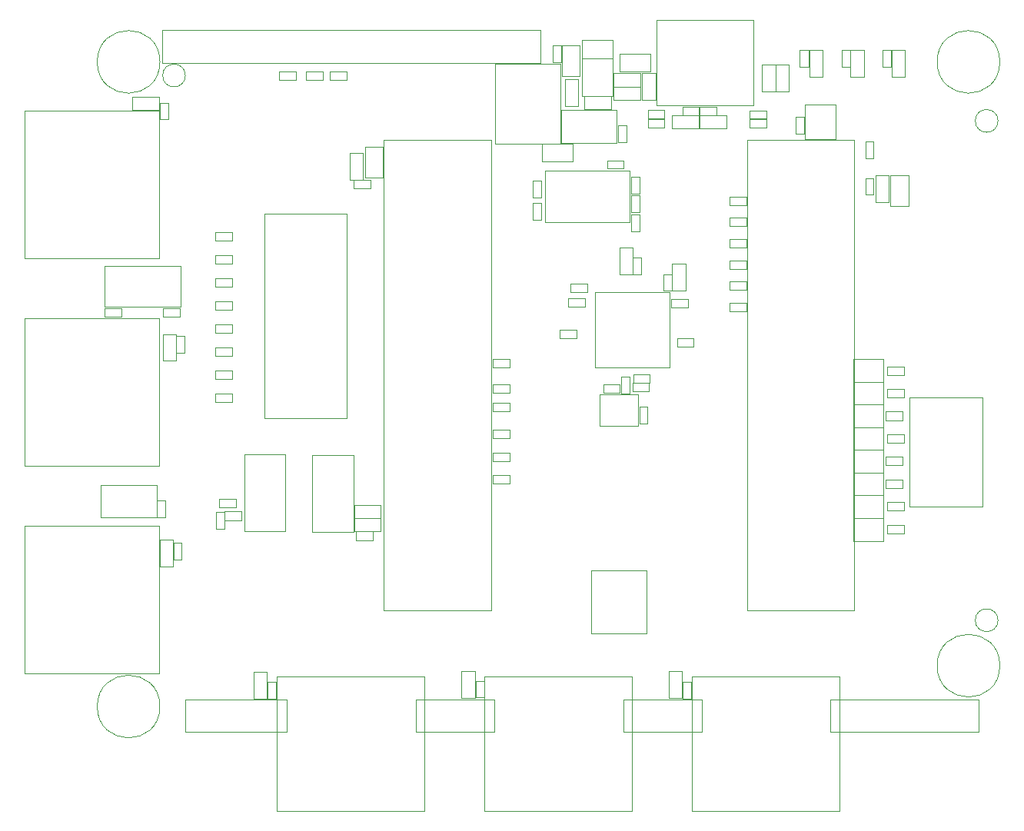
<source format=gbr>
%TF.GenerationSoftware,KiCad,Pcbnew,8.0.7-8.0.7-0~ubuntu22.04.1*%
%TF.CreationDate,2024-12-10T15:43:45-05:00*%
%TF.ProjectId,tinytapeout-demo,74696e79-7461-4706-956f-75742d64656d,2.1.0*%
%TF.SameCoordinates,PX38be5e0PY7d687e0*%
%TF.FileFunction,Other,User*%
%FSLAX46Y46*%
G04 Gerber Fmt 4.6, Leading zero omitted, Abs format (unit mm)*
G04 Created by KiCad (PCBNEW 8.0.7-8.0.7-0~ubuntu22.04.1) date 2024-12-10 15:43:45*
%MOMM*%
%LPD*%
G01*
G04 APERTURE LIST*
%ADD10C,0.050000*%
%ADD11C,0.120000*%
G04 APERTURE END LIST*
D10*
%TO.C,JP7*%
X142850000Y-92250000D02*
X142850000Y-94750000D01*
X142850000Y-92250000D02*
X146150000Y-92250000D01*
X146150000Y-94750000D02*
X142850000Y-94750000D01*
X146150000Y-94750000D02*
X146150000Y-92250000D01*
%TO.C,R53*%
X129170000Y-76510000D02*
X131030000Y-76510000D01*
X129170000Y-77450000D02*
X129170000Y-76510000D01*
X131030000Y-76510000D02*
X131030000Y-77450000D01*
X131030000Y-77450000D02*
X129170000Y-77450000D01*
%TO.C,R15*%
X146030000Y-55670000D02*
X146970000Y-55670000D01*
X146030000Y-57530000D02*
X146030000Y-55670000D01*
X146970000Y-55670000D02*
X146970000Y-57530000D01*
X146970000Y-57530000D02*
X146030000Y-57530000D01*
%TO.C,C32*%
X117070000Y-77420000D02*
X118530000Y-77420000D01*
X117070000Y-80380000D02*
X117070000Y-77420000D01*
X118530000Y-77420000D02*
X118530000Y-80380000D01*
X118530000Y-80380000D02*
X117070000Y-80380000D01*
%TO.C,C23*%
X144140000Y-65790000D02*
X145060000Y-65790000D01*
X144140000Y-67610000D02*
X144140000Y-65790000D01*
X145060000Y-65790000D02*
X145060000Y-67610000D01*
X145060000Y-67610000D02*
X144140000Y-67610000D01*
%TO.C,C36*%
X118490000Y-92390000D02*
X120310000Y-92390000D01*
X118490000Y-93310000D02*
X118490000Y-92390000D01*
X120310000Y-92390000D02*
X120310000Y-93310000D01*
X120310000Y-93310000D02*
X118490000Y-93310000D01*
%TO.C,R55*%
X129170000Y-71830000D02*
X131030000Y-71830000D01*
X129170000Y-72770000D02*
X129170000Y-71830000D01*
X131030000Y-71830000D02*
X131030000Y-72770000D01*
X131030000Y-72770000D02*
X129170000Y-72770000D01*
%TO.C,JP1*%
X142850000Y-107250000D02*
X142850000Y-109750000D01*
X142850000Y-107250000D02*
X146150000Y-107250000D01*
X146150000Y-109750000D02*
X142850000Y-109750000D01*
X146150000Y-109750000D02*
X146150000Y-107250000D01*
%TO.C,R20*%
X120170000Y-63280000D02*
X122030000Y-63280000D01*
X120170000Y-64220000D02*
X120170000Y-63280000D01*
X122030000Y-63280000D02*
X122030000Y-64220000D01*
X122030000Y-64220000D02*
X120170000Y-64220000D01*
%TO.C,MT3*%
X66450000Y-57000000D02*
G75*
G02*
X59550000Y-57000000I-3450000J0D01*
G01*
X59550000Y-57000000D02*
G75*
G02*
X66450000Y-57000000I3450000J0D01*
G01*
%TO.C,C16*%
X146920000Y-69450000D02*
X148880000Y-69450000D01*
X146920000Y-72850000D02*
X146920000Y-69450000D01*
X148880000Y-69450000D02*
X148880000Y-72850000D01*
X148880000Y-72850000D02*
X146920000Y-72850000D01*
%TO.C,FID3*%
X158750000Y-63500000D02*
G75*
G02*
X156250000Y-63500000I-1250000J0D01*
G01*
X156250000Y-63500000D02*
G75*
G02*
X158750000Y-63500000I1250000J0D01*
G01*
%TO.C,R38*%
X118330000Y-69670000D02*
X119270000Y-69670000D01*
X118330000Y-71530000D02*
X118330000Y-69670000D01*
X119270000Y-69670000D02*
X119270000Y-71530000D01*
X119270000Y-71530000D02*
X118330000Y-71530000D01*
%TO.C,C48*%
X119570000Y-58220000D02*
X121030000Y-58220000D01*
X119570000Y-61180000D02*
X119570000Y-58220000D01*
X121030000Y-58220000D02*
X121030000Y-61180000D01*
X121030000Y-61180000D02*
X119570000Y-61180000D01*
%TO.C,J13*%
X51550000Y-85240000D02*
X51550000Y-101490000D01*
X51550000Y-101490000D02*
X66400000Y-101490000D01*
X66400000Y-85240000D02*
X51550000Y-85240000D01*
X66400000Y-101490000D02*
X66400000Y-85240000D01*
%TO.C,C6*%
X108500000Y-66020000D02*
X111900000Y-66020000D01*
X108500000Y-67980000D02*
X108500000Y-66020000D01*
X111900000Y-66020000D02*
X111900000Y-67980000D01*
X111900000Y-67980000D02*
X108500000Y-67980000D01*
%TO.C,R5*%
X72560000Y-83358571D02*
X74420000Y-83358571D01*
X72560000Y-84298571D02*
X72560000Y-83358571D01*
X74420000Y-83358571D02*
X74420000Y-84298571D01*
X74420000Y-84298571D02*
X72560000Y-84298571D01*
%TO.C,C56*%
X67940000Y-109990000D02*
X68860000Y-109990000D01*
X67940000Y-111810000D02*
X67940000Y-109990000D01*
X68860000Y-109990000D02*
X68860000Y-111810000D01*
X68860000Y-111810000D02*
X67940000Y-111810000D01*
%TO.C,C7*%
X112900000Y-54620000D02*
X116300000Y-54620000D01*
X112900000Y-56580000D02*
X112900000Y-54620000D01*
X116300000Y-54620000D02*
X116300000Y-56580000D01*
X116300000Y-56580000D02*
X112900000Y-56580000D01*
%TO.C,R7*%
X87830000Y-107270000D02*
X90790000Y-107270000D01*
X87830000Y-108730000D02*
X87830000Y-107270000D01*
X90790000Y-107270000D02*
X90790000Y-108730000D01*
X90790000Y-108730000D02*
X87830000Y-108730000D01*
%TO.C,R1*%
X72560000Y-93530000D02*
X74420000Y-93530000D01*
X72560000Y-94470000D02*
X72560000Y-93530000D01*
X74420000Y-93530000D02*
X74420000Y-94470000D01*
X74420000Y-94470000D02*
X72560000Y-94470000D01*
%TO.C,C29*%
X115290000Y-92540000D02*
X117110000Y-92540000D01*
X115290000Y-93460000D02*
X115290000Y-92540000D01*
X117110000Y-92540000D02*
X117110000Y-93460000D01*
X117110000Y-93460000D02*
X115290000Y-93460000D01*
%TO.C,J2*%
X69220000Y-127200000D02*
X69220000Y-130800000D01*
X69220000Y-130800000D02*
X80420000Y-130800000D01*
X80420000Y-127200000D02*
X69220000Y-127200000D01*
X80420000Y-130800000D02*
X80420000Y-127200000D01*
%TO.C,C24*%
X87790000Y-70040000D02*
X89610000Y-70040000D01*
X87790000Y-70960000D02*
X87790000Y-70040000D01*
X89610000Y-70040000D02*
X89610000Y-70960000D01*
X89610000Y-70960000D02*
X87790000Y-70960000D01*
%TO.C,C8*%
X124040000Y-125290000D02*
X124960000Y-125290000D01*
X124040000Y-127110000D02*
X124040000Y-125290000D01*
X124960000Y-125290000D02*
X124960000Y-127110000D01*
X124960000Y-127110000D02*
X124040000Y-127110000D01*
%TO.C,Y1*%
X114900000Y-93650000D02*
X114900000Y-97050000D01*
X114900000Y-97050000D02*
X119100000Y-97050000D01*
X119100000Y-93650000D02*
X114900000Y-93650000D01*
X119100000Y-97050000D02*
X119100000Y-93650000D01*
%TO.C,R18*%
X136930000Y-55670000D02*
X137870000Y-55670000D01*
X136930000Y-57530000D02*
X136930000Y-55670000D01*
X137870000Y-55670000D02*
X137870000Y-57530000D01*
X137870000Y-57530000D02*
X136930000Y-57530000D01*
%TO.C,C58*%
X66440000Y-61490000D02*
X67360000Y-61490000D01*
X66440000Y-63310000D02*
X66440000Y-61490000D01*
X67360000Y-61490000D02*
X67360000Y-63310000D01*
X67360000Y-63310000D02*
X66440000Y-63310000D01*
%TO.C,R50*%
X136430000Y-63070000D02*
X137370000Y-63070000D01*
X136430000Y-64930000D02*
X136430000Y-63070000D01*
X137370000Y-63070000D02*
X137370000Y-64930000D01*
X137370000Y-64930000D02*
X136430000Y-64930000D01*
%TO.C,R11*%
X72570000Y-75730000D02*
X74430000Y-75730000D01*
X72570000Y-76670000D02*
X72570000Y-75730000D01*
X74430000Y-75730000D02*
X74430000Y-76670000D01*
X74430000Y-76670000D02*
X72570000Y-76670000D01*
%TO.C,R43*%
X103070000Y-100030000D02*
X104930000Y-100030000D01*
X103070000Y-100970000D02*
X103070000Y-100030000D01*
X104930000Y-100030000D02*
X104930000Y-100970000D01*
X104930000Y-100970000D02*
X103070000Y-100970000D01*
%TO.C,C46*%
X131390000Y-62340000D02*
X133210000Y-62340000D01*
X131390000Y-63260000D02*
X131390000Y-62340000D01*
X133210000Y-62340000D02*
X133210000Y-63260000D01*
X133210000Y-63260000D02*
X131390000Y-63260000D01*
%TO.C,C4*%
X78340000Y-125290000D02*
X79260000Y-125290000D01*
X78340000Y-127110000D02*
X78340000Y-125290000D01*
X79260000Y-125290000D02*
X79260000Y-127110000D01*
X79260000Y-127110000D02*
X78340000Y-127110000D01*
%TO.C,R24*%
X146410000Y-103001428D02*
X148270000Y-103001428D01*
X146410000Y-103941428D02*
X146410000Y-103001428D01*
X148270000Y-103001428D02*
X148270000Y-103941428D01*
X148270000Y-103941428D02*
X146410000Y-103941428D01*
%TO.C,R22*%
X146560000Y-107990000D02*
X148420000Y-107990000D01*
X146560000Y-108930000D02*
X146560000Y-107990000D01*
X148420000Y-107990000D02*
X148420000Y-108930000D01*
X148420000Y-108930000D02*
X146560000Y-108930000D01*
%TO.C,C47*%
X120190000Y-62290000D02*
X122010000Y-62290000D01*
X120190000Y-63210000D02*
X120190000Y-62290000D01*
X122010000Y-62290000D02*
X122010000Y-63210000D01*
X122010000Y-63210000D02*
X120190000Y-63210000D01*
%TO.C,JP3*%
X142850000Y-102250000D02*
X142850000Y-104750000D01*
X142850000Y-102250000D02*
X146150000Y-102250000D01*
X146150000Y-104750000D02*
X142850000Y-104750000D01*
X146150000Y-104750000D02*
X146150000Y-102250000D01*
%TO.C,R3*%
X72560000Y-88444285D02*
X74420000Y-88444285D01*
X72560000Y-89384285D02*
X72560000Y-88444285D01*
X74420000Y-88444285D02*
X74420000Y-89384285D01*
X74420000Y-89384285D02*
X72560000Y-89384285D01*
%TO.C,JP8*%
X142850000Y-89750000D02*
X142850000Y-92250000D01*
X142850000Y-89750000D02*
X146150000Y-89750000D01*
X146150000Y-92250000D02*
X142850000Y-92250000D01*
X146150000Y-92250000D02*
X146150000Y-89750000D01*
%TO.C,J8*%
X117505000Y-127200000D02*
X117505000Y-130800000D01*
X117505000Y-130800000D02*
X126155000Y-130800000D01*
X126155000Y-127200000D02*
X117505000Y-127200000D01*
X126155000Y-130800000D02*
X126155000Y-127200000D01*
%TO.C,C2*%
X72990000Y-105140000D02*
X74810000Y-105140000D01*
X72990000Y-106060000D02*
X72990000Y-105140000D01*
X74810000Y-105140000D02*
X74810000Y-106060000D01*
X74810000Y-106060000D02*
X72990000Y-106060000D01*
%TO.C,J12*%
X51550000Y-108100000D02*
X51550000Y-124350000D01*
X51550000Y-124350000D02*
X66400000Y-124350000D01*
X66400000Y-108100000D02*
X51550000Y-108100000D01*
X66400000Y-124350000D02*
X66400000Y-108100000D01*
%TO.C,R41*%
X111403884Y-83041018D02*
X113263884Y-83041018D01*
X111403884Y-83981018D02*
X111403884Y-83041018D01*
X113263884Y-83041018D02*
X113263884Y-83981018D01*
X113263884Y-83981018D02*
X111403884Y-83981018D01*
D11*
%TO.C,SW2*%
X75750000Y-100250000D02*
X75750000Y-108650000D01*
X75750000Y-108650000D02*
X80250000Y-108650000D01*
X80250000Y-100250000D02*
X75750000Y-100250000D01*
X80250000Y-108650000D02*
X80250000Y-100250000D01*
D10*
%TO.C,R8*%
X73580000Y-106530000D02*
X75440000Y-106530000D01*
X73580000Y-107470000D02*
X73580000Y-106530000D01*
X75440000Y-106530000D02*
X75440000Y-107470000D01*
X75440000Y-107470000D02*
X73580000Y-107470000D01*
%TO.C,R54*%
X129170000Y-74170000D02*
X131030000Y-74170000D01*
X129170000Y-75110000D02*
X129170000Y-74170000D01*
X131030000Y-74170000D02*
X131030000Y-75110000D01*
X131030000Y-75110000D02*
X129170000Y-75110000D01*
%TO.C,C49*%
X116420000Y-59770000D02*
X119380000Y-59770000D01*
X116420000Y-61230000D02*
X116420000Y-59770000D01*
X119380000Y-59770000D02*
X119380000Y-61230000D01*
X119380000Y-61230000D02*
X116420000Y-61230000D01*
%TO.C,C35*%
X123390000Y-87440000D02*
X125210000Y-87440000D01*
X123390000Y-88360000D02*
X123390000Y-87440000D01*
X125210000Y-87440000D02*
X125210000Y-88360000D01*
X125210000Y-88360000D02*
X123390000Y-88360000D01*
%TO.C,J20*%
X121180000Y-61770000D02*
X121180000Y-52350000D01*
X131820000Y-52350000D02*
X121180000Y-52350000D01*
X131820000Y-61770000D02*
X121180000Y-61770000D01*
X131820000Y-61770000D02*
X131820000Y-52350000D01*
%TO.C,J3*%
X79355000Y-124655000D02*
X79355000Y-139505000D01*
X79355000Y-139505000D02*
X95605000Y-139505000D01*
X95605000Y-124655000D02*
X79355000Y-124655000D01*
X95605000Y-139505000D02*
X95605000Y-124655000D01*
%TO.C,J7*%
X113950000Y-113050000D02*
X113950000Y-119950000D01*
X113950000Y-119950000D02*
X120050000Y-119950000D01*
X120050000Y-113050000D02*
X113950000Y-113050000D01*
X120050000Y-119950000D02*
X120050000Y-113050000D01*
%TO.C,R12*%
X88080000Y-108730000D02*
X89940000Y-108730000D01*
X88080000Y-109670000D02*
X88080000Y-108730000D01*
X89940000Y-108730000D02*
X89940000Y-109670000D01*
X89940000Y-109670000D02*
X88080000Y-109670000D01*
%TO.C,C25*%
X87370000Y-67020000D02*
X88830000Y-67020000D01*
X87370000Y-69980000D02*
X87370000Y-67020000D01*
X88830000Y-67020000D02*
X88830000Y-69980000D01*
X88830000Y-69980000D02*
X87370000Y-69980000D01*
%TO.C,MT4*%
X158950000Y-57000000D02*
G75*
G02*
X152050000Y-57000000I-3450000J0D01*
G01*
X152050000Y-57000000D02*
G75*
G02*
X158950000Y-57000000I3450000J0D01*
G01*
%TO.C,MT2*%
X158950000Y-123500000D02*
G75*
G02*
X152050000Y-123500000I-3450000J0D01*
G01*
X152050000Y-123500000D02*
G75*
G02*
X158950000Y-123500000I3450000J0D01*
G01*
%TO.C,C5*%
X76770000Y-124220000D02*
X78230000Y-124220000D01*
X76770000Y-127180000D02*
X76770000Y-124220000D01*
X78230000Y-124220000D02*
X78230000Y-127180000D01*
X78230000Y-127180000D02*
X76770000Y-127180000D01*
%TO.C,R13*%
X72630000Y-106570000D02*
X73570000Y-106570000D01*
X72630000Y-108430000D02*
X72630000Y-106570000D01*
X73570000Y-106570000D02*
X73570000Y-108430000D01*
X73570000Y-108430000D02*
X72630000Y-108430000D01*
%TO.C,R21*%
X131370000Y-63330000D02*
X133230000Y-63330000D01*
X131370000Y-64270000D02*
X131370000Y-63330000D01*
X133230000Y-63330000D02*
X133230000Y-64270000D01*
X133230000Y-64270000D02*
X131370000Y-64270000D01*
%TO.C,R42*%
X103080000Y-102530000D02*
X104940000Y-102530000D01*
X103080000Y-103470000D02*
X103080000Y-102530000D01*
X104940000Y-102530000D02*
X104940000Y-103470000D01*
X104940000Y-103470000D02*
X103080000Y-103470000D01*
%TO.C,J5*%
X102215000Y-124655000D02*
X102215000Y-139505000D01*
X102215000Y-139505000D02*
X118465000Y-139505000D01*
X118465000Y-124655000D02*
X102215000Y-124655000D01*
X118465000Y-139505000D02*
X118465000Y-124655000D01*
%TO.C,C21*%
X89020000Y-66350000D02*
X90980000Y-66350000D01*
X89020000Y-69750000D02*
X89020000Y-66350000D01*
X90980000Y-66350000D02*
X90980000Y-69750000D01*
X90980000Y-69750000D02*
X89020000Y-69750000D01*
%TO.C,R49*%
X111070000Y-58920000D02*
X112530000Y-58920000D01*
X111070000Y-61880000D02*
X111070000Y-58920000D01*
X112530000Y-58920000D02*
X112530000Y-61880000D01*
X112530000Y-61880000D02*
X111070000Y-61880000D01*
%TO.C,R2*%
X72560000Y-90987142D02*
X74420000Y-90987142D01*
X72560000Y-91927142D02*
X72560000Y-90987142D01*
X74420000Y-90987142D02*
X74420000Y-91927142D01*
X74420000Y-91927142D02*
X72560000Y-91927142D01*
%TO.C,D5*%
X125920000Y-62870000D02*
X128880000Y-62870000D01*
X125920000Y-64330000D02*
X125920000Y-62870000D01*
X128880000Y-62870000D02*
X128880000Y-64330000D01*
X128880000Y-64330000D02*
X125920000Y-64330000D01*
%TO.C,JP2*%
X142850000Y-104750000D02*
X142850000Y-107250000D01*
X142850000Y-104750000D02*
X146150000Y-104750000D01*
X146150000Y-107250000D02*
X142850000Y-107250000D01*
X146150000Y-107250000D02*
X146150000Y-104750000D01*
%TO.C,C30*%
X119240000Y-94990000D02*
X120160000Y-94990000D01*
X119240000Y-96810000D02*
X119240000Y-94990000D01*
X120160000Y-94990000D02*
X120160000Y-96810000D01*
X120160000Y-96810000D02*
X119240000Y-96810000D01*
%TO.C,R28*%
X146560000Y-93024284D02*
X148420000Y-93024284D01*
X146560000Y-93964284D02*
X146560000Y-93024284D01*
X148420000Y-93024284D02*
X148420000Y-93964284D01*
X148420000Y-93964284D02*
X146560000Y-93964284D01*
%TO.C,C39*%
X111690000Y-81440000D02*
X113510000Y-81440000D01*
X111690000Y-82360000D02*
X111690000Y-81440000D01*
X113510000Y-81440000D02*
X113510000Y-82360000D01*
X113510000Y-82360000D02*
X111690000Y-82360000D01*
%TO.C,U1*%
D11*
X149000000Y-106000000D02*
X157000000Y-106000000D01*
X157000000Y-94000000D01*
X149000000Y-94000000D01*
X149000000Y-106000000D01*
D10*
%TO.C,R23*%
X146560000Y-105495714D02*
X148420000Y-105495714D01*
X146560000Y-106435714D02*
X146560000Y-105495714D01*
X148420000Y-105495714D02*
X148420000Y-106435714D01*
X148420000Y-106435714D02*
X146560000Y-106435714D01*
%TO.C,C38*%
X110490000Y-86540000D02*
X112310000Y-86540000D01*
X110490000Y-87460000D02*
X110490000Y-86540000D01*
X112310000Y-86540000D02*
X112310000Y-87460000D01*
X112310000Y-87460000D02*
X110490000Y-87460000D01*
%TO.C,R45*%
X103070000Y-94530000D02*
X104930000Y-94530000D01*
X103070000Y-95470000D02*
X103070000Y-94530000D01*
X104930000Y-94530000D02*
X104930000Y-95470000D01*
X104930000Y-95470000D02*
X103070000Y-95470000D01*
%TO.C,U5*%
X108850000Y-68940000D02*
X108850000Y-74660000D01*
X108850000Y-74660000D02*
X118150000Y-74660000D01*
X118150000Y-68940000D02*
X108850000Y-68940000D01*
X118150000Y-74660000D02*
X118150000Y-68940000D01*
%TO.C,R51*%
X129170000Y-81190000D02*
X131030000Y-81190000D01*
X129170000Y-82130000D02*
X129170000Y-81190000D01*
X131030000Y-81190000D02*
X131030000Y-82130000D01*
X131030000Y-82130000D02*
X129170000Y-82130000D01*
%TO.C,C37*%
X122870000Y-79220000D02*
X124330000Y-79220000D01*
X122870000Y-82180000D02*
X122870000Y-79220000D01*
X124330000Y-79220000D02*
X124330000Y-82180000D01*
X124330000Y-82180000D02*
X122870000Y-82180000D01*
%TO.C,R35*%
X107530000Y-72570000D02*
X108470000Y-72570000D01*
X107530000Y-74430000D02*
X107530000Y-72570000D01*
X108470000Y-72570000D02*
X108470000Y-74430000D01*
X108470000Y-74430000D02*
X107530000Y-74430000D01*
%TO.C,J10*%
X59925000Y-103595000D02*
X59925000Y-107195000D01*
X59925000Y-107195000D02*
X66075000Y-107195000D01*
X66075000Y-103595000D02*
X59925000Y-103595000D01*
X66075000Y-107195000D02*
X66075000Y-103595000D01*
%TO.C,U6*%
X114380000Y-82380000D02*
X114380000Y-90620000D01*
X114380000Y-90620000D02*
X122620000Y-90620000D01*
X122620000Y-82380000D02*
X114380000Y-82380000D01*
X122620000Y-90620000D02*
X122620000Y-82380000D01*
%TO.C,C33*%
X121940000Y-80390000D02*
X122860000Y-80390000D01*
X121940000Y-82210000D02*
X121940000Y-80390000D01*
X122860000Y-80390000D02*
X122860000Y-82210000D01*
X122860000Y-82210000D02*
X121940000Y-82210000D01*
%TO.C,Q1*%
X137500000Y-61680000D02*
X137500000Y-65520000D01*
X137500000Y-65520000D02*
X140900000Y-65520000D01*
X140900000Y-61680000D02*
X137500000Y-61680000D01*
X140900000Y-65520000D02*
X140900000Y-61680000D01*
%TO.C,R27*%
X146410000Y-95518570D02*
X148270000Y-95518570D01*
X146410000Y-96458570D02*
X146410000Y-95518570D01*
X148270000Y-95518570D02*
X148270000Y-96458570D01*
X148270000Y-96458570D02*
X146410000Y-96458570D01*
%TO.C,J17*%
X94660000Y-127200000D02*
X94660000Y-130800000D01*
X94660000Y-130800000D02*
X103310000Y-130800000D01*
X103310000Y-127200000D02*
X94660000Y-127200000D01*
X103310000Y-130800000D02*
X103310000Y-127200000D01*
%TO.C,C9*%
X122470000Y-124120000D02*
X123930000Y-124120000D01*
X122470000Y-127080000D02*
X122470000Y-124120000D01*
X123930000Y-124120000D02*
X123930000Y-127080000D01*
X123930000Y-127080000D02*
X122470000Y-127080000D01*
%TO.C,F1*%
X117120000Y-56150000D02*
X120480000Y-56150000D01*
X117120000Y-58050000D02*
X117120000Y-56150000D01*
X120480000Y-56150000D02*
X120480000Y-58050000D01*
X120480000Y-58050000D02*
X117120000Y-58050000D01*
%TO.C,J9*%
X66700000Y-53500000D02*
X66700000Y-57100000D01*
X66700000Y-57100000D02*
X108400000Y-57100000D01*
X108400000Y-53500000D02*
X66700000Y-53500000D01*
X108400000Y-57100000D02*
X108400000Y-53500000D01*
%TO.C,C12*%
X109740000Y-55190000D02*
X110660000Y-55190000D01*
X109740000Y-57010000D02*
X109740000Y-55190000D01*
X110660000Y-55190000D02*
X110660000Y-57010000D01*
X110660000Y-57010000D02*
X109740000Y-57010000D01*
%TO.C,R40*%
X107530000Y-70070000D02*
X108470000Y-70070000D01*
X107530000Y-71930000D02*
X107530000Y-70070000D01*
X108470000Y-70070000D02*
X108470000Y-71930000D01*
X108470000Y-71930000D02*
X107530000Y-71930000D01*
%TO.C,C45*%
X123990000Y-61940000D02*
X125810000Y-61940000D01*
X123990000Y-62860000D02*
X123990000Y-61940000D01*
X125810000Y-61940000D02*
X125810000Y-62860000D01*
X125810000Y-62860000D02*
X123990000Y-62860000D01*
%TO.C,R37*%
X117230000Y-91670000D02*
X118170000Y-91670000D01*
X117230000Y-93530000D02*
X117230000Y-91670000D01*
X118170000Y-91670000D02*
X118170000Y-93530000D01*
X118170000Y-93530000D02*
X117230000Y-93530000D01*
%TO.C,C26*%
X144140000Y-69790000D02*
X145060000Y-69790000D01*
X144140000Y-71610000D02*
X144140000Y-69790000D01*
X145060000Y-69790000D02*
X145060000Y-71610000D01*
X145060000Y-71610000D02*
X144140000Y-71610000D01*
%TO.C,C15*%
X99670000Y-124120000D02*
X101130000Y-124120000D01*
X99670000Y-127080000D02*
X99670000Y-124120000D01*
X101130000Y-124120000D02*
X101130000Y-127080000D01*
X101130000Y-127080000D02*
X99670000Y-127080000D01*
D11*
%TO.C,SW3*%
X60375000Y-79450000D02*
X60375000Y-83950000D01*
X60375000Y-83950000D02*
X68775000Y-83950000D01*
X68775000Y-79450000D02*
X60375000Y-79450000D01*
X68775000Y-83950000D02*
X68775000Y-79450000D01*
D10*
%TO.C,R16*%
X134270000Y-57260000D02*
X135730000Y-57260000D01*
X134270000Y-60220000D02*
X134270000Y-57260000D01*
X135730000Y-57260000D02*
X135730000Y-60220000D01*
X135730000Y-60220000D02*
X134270000Y-60220000D01*
%TO.C,C17*%
X145270000Y-69520000D02*
X146730000Y-69520000D01*
X145270000Y-72480000D02*
X145270000Y-69520000D01*
X146730000Y-69520000D02*
X146730000Y-72480000D01*
X146730000Y-72480000D02*
X145270000Y-72480000D01*
D11*
%TO.C,SW1*%
X83250000Y-100350000D02*
X83250000Y-108750000D01*
X83250000Y-108750000D02*
X87750000Y-108750000D01*
X87750000Y-100350000D02*
X83250000Y-100350000D01*
X87750000Y-108750000D02*
X87750000Y-100350000D01*
D10*
%TO.C,C3*%
X132770000Y-57260000D02*
X134230000Y-57260000D01*
X132770000Y-60220000D02*
X132770000Y-57260000D01*
X134230000Y-57260000D02*
X134230000Y-60220000D01*
X134230000Y-60220000D02*
X132770000Y-60220000D01*
%TO.C,FID2*%
X69250000Y-58500000D02*
G75*
G02*
X66750000Y-58500000I-1250000J0D01*
G01*
X66750000Y-58500000D02*
G75*
G02*
X69250000Y-58500000I1250000J0D01*
G01*
%TO.C,R17*%
X141530000Y-55670000D02*
X142470000Y-55670000D01*
X141530000Y-57530000D02*
X141530000Y-55670000D01*
X142470000Y-55670000D02*
X142470000Y-57530000D01*
X142470000Y-57530000D02*
X141530000Y-57530000D01*
%TO.C,C34*%
X122790000Y-83140000D02*
X124610000Y-83140000D01*
X122790000Y-84060000D02*
X122790000Y-83140000D01*
X124610000Y-83140000D02*
X124610000Y-84060000D01*
X124610000Y-84060000D02*
X122790000Y-84060000D01*
%TO.C,JP5*%
X142850000Y-97250000D02*
X142850000Y-99750000D01*
X142850000Y-97250000D02*
X146150000Y-97250000D01*
X146150000Y-99750000D02*
X142850000Y-99750000D01*
X146150000Y-99750000D02*
X146150000Y-97250000D01*
%TO.C,R31*%
X79570000Y-58030000D02*
X81430000Y-58030000D01*
X79570000Y-58970000D02*
X79570000Y-58030000D01*
X81430000Y-58030000D02*
X81430000Y-58970000D01*
X81430000Y-58970000D02*
X79570000Y-58970000D01*
%TO.C,U3*%
X112900000Y-56650000D02*
X112900000Y-60750000D01*
X112900000Y-60750000D02*
X116300000Y-60750000D01*
X116300000Y-56650000D02*
X112900000Y-56650000D01*
X116300000Y-60750000D02*
X116300000Y-56650000D01*
%TO.C,C60*%
X68240000Y-87195000D02*
X69160000Y-87195000D01*
X68240000Y-89015000D02*
X68240000Y-87195000D01*
X69160000Y-87195000D02*
X69160000Y-89015000D01*
X69160000Y-89015000D02*
X68240000Y-89015000D01*
%TO.C,U2*%
X103400000Y-57200000D02*
X103400000Y-66000000D01*
X103400000Y-66000000D02*
X110600000Y-66000000D01*
X110600000Y-57200000D02*
X103400000Y-57200000D01*
X110600000Y-66000000D02*
X110600000Y-57200000D01*
%TO.C,R25*%
X146410000Y-100507142D02*
X148270000Y-100507142D01*
X146410000Y-101447142D02*
X146410000Y-100507142D01*
X148270000Y-100507142D02*
X148270000Y-101447142D01*
X148270000Y-101447142D02*
X146410000Y-101447142D01*
%TO.C,J14*%
X51550000Y-62380000D02*
X51550000Y-78630000D01*
X51550000Y-78630000D02*
X66400000Y-78630000D01*
X66400000Y-62380000D02*
X51550000Y-62380000D01*
X66400000Y-78630000D02*
X66400000Y-62380000D01*
%TO.C,FID1*%
X158750000Y-118500000D02*
G75*
G02*
X156250000Y-118500000I-1250000J0D01*
G01*
X156250000Y-118500000D02*
G75*
G02*
X158750000Y-118500000I1250000J0D01*
G01*
%TO.C,R29*%
X146560000Y-90530000D02*
X148420000Y-90530000D01*
X146560000Y-91470000D02*
X146560000Y-90530000D01*
X148420000Y-90530000D02*
X148420000Y-91470000D01*
X148420000Y-91470000D02*
X146560000Y-91470000D01*
%TO.C,C61*%
X66770000Y-86975000D02*
X68230000Y-86975000D01*
X66770000Y-89935000D02*
X66770000Y-86975000D01*
X68230000Y-86975000D02*
X68230000Y-89935000D01*
X68230000Y-89935000D02*
X66770000Y-89935000D01*
%TO.C,R47*%
X103070000Y-89720000D02*
X104930000Y-89720000D01*
X103070000Y-90660000D02*
X103070000Y-89720000D01*
X104930000Y-89720000D02*
X104930000Y-90660000D01*
X104930000Y-90660000D02*
X103070000Y-90660000D01*
%TO.C,R6*%
X72560000Y-80815714D02*
X74420000Y-80815714D01*
X72560000Y-81755714D02*
X72560000Y-80815714D01*
X74420000Y-80815714D02*
X74420000Y-81755714D01*
X74420000Y-81755714D02*
X72560000Y-81755714D01*
%TO.C,JP6*%
X142850000Y-94750000D02*
X142850000Y-97250000D01*
X142850000Y-94750000D02*
X146150000Y-94750000D01*
X146150000Y-97250000D02*
X142850000Y-97250000D01*
X146150000Y-97250000D02*
X146150000Y-94750000D01*
%TO.C,C11*%
X113170000Y-60770000D02*
X116130000Y-60770000D01*
X113170000Y-62230000D02*
X113170000Y-60770000D01*
X116130000Y-60770000D02*
X116130000Y-62230000D01*
X116130000Y-62230000D02*
X113170000Y-62230000D01*
%TO.C,J4*%
X91100000Y-65600000D02*
X91100000Y-117400000D01*
X91100000Y-117400000D02*
X102900000Y-117400000D01*
X102900000Y-65600000D02*
X91100000Y-65600000D01*
X102900000Y-117400000D02*
X102900000Y-65600000D01*
X131100000Y-65600000D02*
X131100000Y-117400000D01*
X131100000Y-117400000D02*
X142900000Y-117400000D01*
X142900000Y-65600000D02*
X131100000Y-65600000D01*
X142900000Y-117400000D02*
X142900000Y-65600000D01*
%TO.C,J1*%
X140310000Y-127200000D02*
X140310000Y-130800000D01*
X140310000Y-130800000D02*
X156610000Y-130800000D01*
X156610000Y-127200000D02*
X140310000Y-127200000D01*
X156610000Y-130800000D02*
X156610000Y-127200000D01*
%TO.C,R10*%
X72560000Y-78272857D02*
X74420000Y-78272857D01*
X72560000Y-79212857D02*
X72560000Y-78272857D01*
X74420000Y-78272857D02*
X74420000Y-79212857D01*
X74420000Y-79212857D02*
X72560000Y-79212857D01*
%TO.C,J19*%
X110625000Y-62300000D02*
X110625000Y-65900000D01*
X110625000Y-65900000D02*
X116775000Y-65900000D01*
X116775000Y-62300000D02*
X110625000Y-62300000D01*
X116775000Y-65900000D02*
X116775000Y-62300000D01*
%TO.C,D2*%
X142520000Y-55720000D02*
X143980000Y-55720000D01*
X142520000Y-58680000D02*
X142520000Y-55720000D01*
X143980000Y-55720000D02*
X143980000Y-58680000D01*
X143980000Y-58680000D02*
X142520000Y-58680000D01*
%TO.C,R30*%
X85170000Y-58030000D02*
X87030000Y-58030000D01*
X85170000Y-58970000D02*
X85170000Y-58030000D01*
X87030000Y-58030000D02*
X87030000Y-58970000D01*
X87030000Y-58970000D02*
X85170000Y-58970000D01*
%TO.C,R44*%
X103070000Y-97530000D02*
X104930000Y-97530000D01*
X103070000Y-98470000D02*
X103070000Y-97530000D01*
X104930000Y-97530000D02*
X104930000Y-98470000D01*
X104930000Y-98470000D02*
X103070000Y-98470000D01*
%TO.C,R26*%
X146560000Y-98012856D02*
X148420000Y-98012856D01*
X146560000Y-98952856D02*
X146560000Y-98012856D01*
X148420000Y-98012856D02*
X148420000Y-98952856D01*
X148420000Y-98952856D02*
X146560000Y-98952856D01*
%TO.C,C41*%
X118540000Y-78590000D02*
X119460000Y-78590000D01*
X118540000Y-80410000D02*
X118540000Y-78590000D01*
X119460000Y-78590000D02*
X119460000Y-80410000D01*
X119460000Y-80410000D02*
X118540000Y-80410000D01*
%TO.C,C13*%
X116940000Y-63990000D02*
X117860000Y-63990000D01*
X116940000Y-65810000D02*
X116940000Y-63990000D01*
X117860000Y-63990000D02*
X117860000Y-65810000D01*
X117860000Y-65810000D02*
X116940000Y-65810000D01*
%TO.C,R48*%
X129170000Y-83530000D02*
X131030000Y-83530000D01*
X129170000Y-84470000D02*
X129170000Y-83530000D01*
X131030000Y-83530000D02*
X131030000Y-84470000D01*
X131030000Y-84470000D02*
X129170000Y-84470000D01*
%TO.C,R52*%
X129170000Y-78850000D02*
X131030000Y-78850000D01*
X129170000Y-79790000D02*
X129170000Y-78850000D01*
X131030000Y-78850000D02*
X131030000Y-79790000D01*
X131030000Y-79790000D02*
X129170000Y-79790000D01*
%TO.C,FB1*%
X116420000Y-58270000D02*
X119380000Y-58270000D01*
X116420000Y-59730000D02*
X116420000Y-58270000D01*
X119380000Y-58270000D02*
X119380000Y-59730000D01*
X119380000Y-59730000D02*
X116420000Y-59730000D01*
%TO.C,J6*%
X125075000Y-124655000D02*
X125075000Y-139505000D01*
X125075000Y-139505000D02*
X141325000Y-139505000D01*
X141325000Y-124655000D02*
X125075000Y-124655000D01*
X141325000Y-139505000D02*
X141325000Y-124655000D01*
%TO.C,JP4*%
X142850000Y-99750000D02*
X142850000Y-102250000D01*
X142850000Y-99750000D02*
X146150000Y-99750000D01*
X146150000Y-102250000D02*
X142850000Y-102250000D01*
X146150000Y-102250000D02*
X146150000Y-99750000D01*
%TO.C,C57*%
X66470000Y-109620000D02*
X67930000Y-109620000D01*
X66470000Y-112580000D02*
X66470000Y-109620000D01*
X67930000Y-109620000D02*
X67930000Y-112580000D01*
X67930000Y-112580000D02*
X66470000Y-112580000D01*
%TO.C,C14*%
X101240000Y-125190000D02*
X102160000Y-125190000D01*
X101240000Y-127010000D02*
X101240000Y-125190000D01*
X102160000Y-125190000D02*
X102160000Y-127010000D01*
X102160000Y-127010000D02*
X101240000Y-127010000D01*
%TO.C,D3*%
X137970000Y-55720000D02*
X139430000Y-55720000D01*
X137970000Y-58680000D02*
X137970000Y-55720000D01*
X139430000Y-55720000D02*
X139430000Y-58680000D01*
X139430000Y-58680000D02*
X137970000Y-58680000D01*
%TO.C,R34*%
X118330000Y-71670000D02*
X119270000Y-71670000D01*
X118330000Y-73530000D02*
X118330000Y-71670000D01*
X119270000Y-71670000D02*
X119270000Y-73530000D01*
X119270000Y-73530000D02*
X118330000Y-73530000D01*
%TO.C,R9*%
X66770000Y-84130000D02*
X68630000Y-84130000D01*
X66770000Y-85070000D02*
X66770000Y-84130000D01*
X68630000Y-84130000D02*
X68630000Y-85070000D01*
X68630000Y-85070000D02*
X66770000Y-85070000D01*
%TO.C,R46*%
X103070000Y-92530000D02*
X104930000Y-92530000D01*
X103070000Y-93470000D02*
X103070000Y-92530000D01*
X104930000Y-92530000D02*
X104930000Y-93470000D01*
X104930000Y-93470000D02*
X103070000Y-93470000D01*
%TO.C,D1*%
X147070000Y-55720000D02*
X148530000Y-55720000D01*
X147070000Y-58680000D02*
X147070000Y-55720000D01*
X148530000Y-55720000D02*
X148530000Y-58680000D01*
X148530000Y-58680000D02*
X147070000Y-58680000D01*
%TO.C,R39*%
X118330000Y-73770000D02*
X119270000Y-73770000D01*
X118330000Y-75630000D02*
X118330000Y-73770000D01*
X119270000Y-73770000D02*
X119270000Y-75630000D01*
X119270000Y-75630000D02*
X118330000Y-75630000D01*
%TO.C,C10*%
X110720000Y-55200000D02*
X112680000Y-55200000D01*
X110720000Y-58600000D02*
X110720000Y-55200000D01*
X112680000Y-55200000D02*
X112680000Y-58600000D01*
X112680000Y-58600000D02*
X110720000Y-58600000D01*
%TO.C,D6*%
X122820000Y-62870000D02*
X125780000Y-62870000D01*
X122820000Y-64330000D02*
X122820000Y-62870000D01*
X125780000Y-62870000D02*
X125780000Y-64330000D01*
X125780000Y-64330000D02*
X122820000Y-64330000D01*
%TO.C,R32*%
X82570000Y-58030000D02*
X84430000Y-58030000D01*
X82570000Y-58970000D02*
X82570000Y-58030000D01*
X84430000Y-58030000D02*
X84430000Y-58970000D01*
X84430000Y-58970000D02*
X82570000Y-58970000D01*
%TO.C,MT1*%
X66450000Y-128000000D02*
G75*
G02*
X59550000Y-128000000I-3450000J0D01*
G01*
X59550000Y-128000000D02*
G75*
G02*
X66450000Y-128000000I3450000J0D01*
G01*
%TO.C,R4*%
X72560000Y-85901428D02*
X74420000Y-85901428D01*
X72560000Y-86841428D02*
X72560000Y-85901428D01*
X74420000Y-85901428D02*
X74420000Y-86841428D01*
X74420000Y-86841428D02*
X72560000Y-86841428D01*
%TO.C,C40*%
X118590000Y-91440000D02*
X120410000Y-91440000D01*
X118590000Y-92360000D02*
X118590000Y-91440000D01*
X120410000Y-91440000D02*
X120410000Y-92360000D01*
X120410000Y-92360000D02*
X118590000Y-92360000D01*
%TO.C,C1*%
X87830000Y-105770000D02*
X90790000Y-105770000D01*
X87830000Y-107230000D02*
X87830000Y-105770000D01*
X90790000Y-105770000D02*
X90790000Y-107230000D01*
X90790000Y-107230000D02*
X87830000Y-107230000D01*
%TO.C,SW4*%
D11*
X78000000Y-73750000D02*
X87000000Y-73750000D01*
X87000000Y-96250000D01*
X78000000Y-96250000D01*
X78000000Y-73750000D01*
D10*
%TO.C,C44*%
X125890000Y-61940000D02*
X127710000Y-61940000D01*
X125890000Y-62860000D02*
X125890000Y-61940000D01*
X127710000Y-61940000D02*
X127710000Y-62860000D01*
X127710000Y-62860000D02*
X125890000Y-62860000D01*
%TO.C,R36*%
X66130000Y-105325000D02*
X67070000Y-105325000D01*
X66130000Y-107185000D02*
X66130000Y-105325000D01*
X67070000Y-105325000D02*
X67070000Y-107185000D01*
X67070000Y-107185000D02*
X66130000Y-107185000D01*
%TO.C,C59*%
X63420000Y-60870000D02*
X66380000Y-60870000D01*
X63420000Y-62330000D02*
X63420000Y-60870000D01*
X66380000Y-60870000D02*
X66380000Y-62330000D01*
X66380000Y-62330000D02*
X63420000Y-62330000D01*
%TO.C,C31*%
X115690000Y-67840000D02*
X117510000Y-67840000D01*
X115690000Y-68760000D02*
X115690000Y-67840000D01*
X117510000Y-67840000D02*
X117510000Y-68760000D01*
X117510000Y-68760000D02*
X115690000Y-68760000D01*
%TO.C,R14*%
X60370000Y-84130000D02*
X62230000Y-84130000D01*
X60370000Y-85070000D02*
X60370000Y-84130000D01*
X62230000Y-84130000D02*
X62230000Y-85070000D01*
X62230000Y-85070000D02*
X60370000Y-85070000D01*
%TD*%
M02*

</source>
